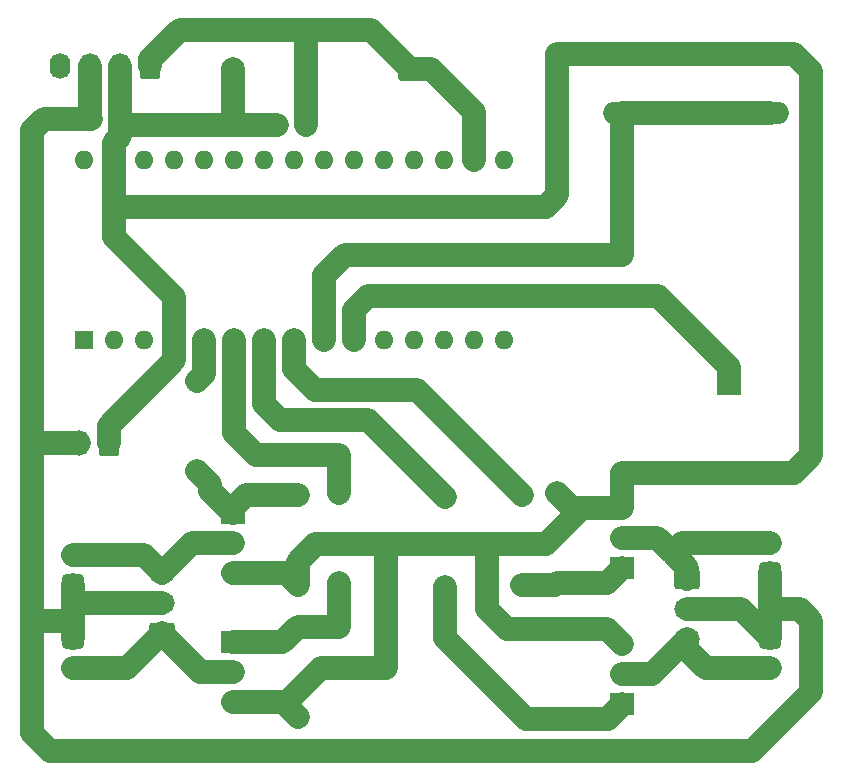
<source format=gbr>
%TF.GenerationSoftware,KiCad,Pcbnew,9.0.6*%
%TF.CreationDate,2025-12-17T13:18:16+01:00*%
%TF.ProjectId,oppakkerV4,6f707061-6b6b-4657-9256-342e6b696361,rev?*%
%TF.SameCoordinates,Original*%
%TF.FileFunction,Copper,L1,Top*%
%TF.FilePolarity,Positive*%
%FSLAX46Y46*%
G04 Gerber Fmt 4.6, Leading zero omitted, Abs format (unit mm)*
G04 Created by KiCad (PCBNEW 9.0.6) date 2025-12-17 13:18:16*
%MOMM*%
%LPD*%
G01*
G04 APERTURE LIST*
G04 Aperture macros list*
%AMRoundRect*
0 Rectangle with rounded corners*
0 $1 Rounding radius*
0 $2 $3 $4 $5 $6 $7 $8 $9 X,Y pos of 4 corners*
0 Add a 4 corners polygon primitive as box body*
4,1,4,$2,$3,$4,$5,$6,$7,$8,$9,$2,$3,0*
0 Add four circle primitives for the rounded corners*
1,1,$1+$1,$2,$3*
1,1,$1+$1,$4,$5*
1,1,$1+$1,$6,$7*
1,1,$1+$1,$8,$9*
0 Add four rect primitives between the rounded corners*
20,1,$1+$1,$2,$3,$4,$5,0*
20,1,$1+$1,$4,$5,$6,$7,0*
20,1,$1+$1,$6,$7,$8,$9,0*
20,1,$1+$1,$8,$9,$2,$3,0*%
G04 Aperture macros list end*
%TA.AperFunction,ComponentPad*%
%ADD10RoundRect,0.250000X0.620000X0.845000X-0.620000X0.845000X-0.620000X-0.845000X0.620000X-0.845000X0*%
%TD*%
%TA.AperFunction,ComponentPad*%
%ADD11O,1.740000X2.190000*%
%TD*%
%TA.AperFunction,ComponentPad*%
%ADD12O,3.200000X1.900000*%
%TD*%
%TA.AperFunction,ComponentPad*%
%ADD13R,2.000000X2.000000*%
%TD*%
%TA.AperFunction,ComponentPad*%
%ADD14C,2.000000*%
%TD*%
%TA.AperFunction,ComponentPad*%
%ADD15C,1.600000*%
%TD*%
%TA.AperFunction,ComponentPad*%
%ADD16RoundRect,0.250000X0.750000X0.750000X-0.750000X0.750000X-0.750000X-0.750000X0.750000X-0.750000X0*%
%TD*%
%TA.AperFunction,ComponentPad*%
%ADD17C,1.400000*%
%TD*%
%TA.AperFunction,ComponentPad*%
%ADD18RoundRect,0.250000X0.650000X-0.650000X0.650000X0.650000X-0.650000X0.650000X-0.650000X-0.650000X0*%
%TD*%
%TA.AperFunction,ComponentPad*%
%ADD19C,1.800000*%
%TD*%
%TA.AperFunction,ComponentPad*%
%ADD20R,2.000000X1.905000*%
%TD*%
%TA.AperFunction,ComponentPad*%
%ADD21O,2.000000X1.905000*%
%TD*%
%TA.AperFunction,ComponentPad*%
%ADD22RoundRect,0.250000X0.845000X-0.620000X0.845000X0.620000X-0.845000X0.620000X-0.845000X-0.620000X0*%
%TD*%
%TA.AperFunction,ComponentPad*%
%ADD23O,2.190000X1.740000*%
%TD*%
%TA.AperFunction,ComponentPad*%
%ADD24RoundRect,0.250000X-0.650000X0.650000X-0.650000X-0.650000X0.650000X-0.650000X0.650000X0.650000X0*%
%TD*%
%TA.AperFunction,ComponentPad*%
%ADD25RoundRect,0.250000X-0.845000X0.620000X-0.845000X-0.620000X0.845000X-0.620000X0.845000X0.620000X0*%
%TD*%
%TA.AperFunction,ComponentPad*%
%ADD26R,1.600000X1.600000*%
%TD*%
%TA.AperFunction,ComponentPad*%
%ADD27O,1.600000X1.600000*%
%TD*%
%TA.AperFunction,Conductor*%
%ADD28C,2.000000*%
%TD*%
G04 APERTURE END LIST*
D10*
%TO.P,J3,1,Pin_1*%
%TO.N,/GND*%
X91500000Y-156000000D03*
D11*
%TO.P,J3,2,Pin_2*%
%TO.N,/+48V*%
X88960000Y-156000000D03*
%TD*%
D12*
%TO.P,SW1,1,1*%
%TO.N,/GND*%
X135000000Y-123000000D03*
X147500000Y-123000000D03*
%TO.P,SW1,2,2*%
%TO.N,Net-(A1-D6)*%
X135000000Y-128000000D03*
X147500000Y-128000000D03*
%TD*%
D13*
%TO.P,BZ1,1,+*%
%TO.N,Net-(A1-D7)*%
X144000000Y-150900000D03*
D14*
%TO.P,BZ1,2,-*%
%TO.N,/GND*%
X144000000Y-158500000D03*
%TD*%
D15*
%TO.P,C1,1*%
%TO.N,/+3.3V*%
X108250000Y-129000000D03*
%TO.P,C1,2*%
%TO.N,/GND*%
X105750000Y-129000000D03*
%TD*%
D10*
%TO.P,J6,1,Pin_1*%
%TO.N,/+3.3V*%
X95040000Y-124000000D03*
D11*
%TO.P,J6,2,Pin_2*%
%TO.N,/GND*%
X92500000Y-124000000D03*
%TO.P,J6,3,Pin_3*%
%TO.N,/+48V*%
X89960000Y-124000000D03*
%TO.P,J6,4,Pin_4*%
%TO.N,unconnected-(J6-Pin_4-Pad4)*%
X87420000Y-124000000D03*
%TD*%
D16*
%TO.P,C2,1*%
%TO.N,/+3.3V*%
X117000000Y-124257500D03*
D14*
%TO.P,C2,2*%
%TO.N,/GND*%
X102000000Y-124257500D03*
%TD*%
D17*
%TO.P,R4,1*%
%TO.N,Net-(Q2-G)*%
X107500000Y-171500000D03*
%TO.P,R4,2*%
%TO.N,/GND*%
X107500000Y-179120000D03*
%TD*%
D18*
%TO.P,D1,1,K*%
%TO.N,/+48V*%
X147500000Y-167000000D03*
D19*
%TO.P,D1,2,A*%
%TO.N,Net-(D1-A)*%
X147500000Y-164460000D03*
%TD*%
D17*
%TO.P,R5,1*%
%TO.N,Net-(Q2-G)*%
X111000000Y-167810000D03*
%TO.P,R5,2*%
%TO.N,Net-(A1-D3)*%
X111000000Y-160190000D03*
%TD*%
D20*
%TO.P,Q2,1,G*%
%TO.N,Net-(Q2-G)*%
X102000000Y-172810000D03*
D21*
%TO.P,Q2,2,D*%
%TO.N,Net-(D2-A)*%
X102000000Y-175350000D03*
%TO.P,Q2,3,S*%
%TO.N,/GND*%
X102000000Y-177890000D03*
%TD*%
D22*
%TO.P,J1,1,Pin_1*%
%TO.N,Net-(D2-A)*%
X96000000Y-172080000D03*
D23*
%TO.P,J1,2,Pin_2*%
%TO.N,/+48V*%
X96000000Y-169540000D03*
%TO.P,J1,3,Pin_3*%
%TO.N,Net-(D3-A)*%
X96000000Y-167000000D03*
%TD*%
D24*
%TO.P,D4,1,K*%
%TO.N,/+48V*%
X147500000Y-172500000D03*
D19*
%TO.P,D4,2,A*%
%TO.N,Net-(D4-A)*%
X147500000Y-175040000D03*
%TD*%
D17*
%TO.P,R7,1*%
%TO.N,Net-(Q3-G)*%
X126500000Y-168000000D03*
%TO.P,R7,2*%
%TO.N,Net-(A1-D5)*%
X126500000Y-160380000D03*
%TD*%
%TO.P,R2,1*%
%TO.N,Net-(Q1-G)*%
X99000000Y-158310000D03*
%TO.P,R2,2*%
%TO.N,Net-(A1-D2)*%
X99000000Y-150690000D03*
%TD*%
D20*
%TO.P,Q4,1,G*%
%TO.N,Net-(Q4-G)*%
X135000000Y-178080000D03*
D21*
%TO.P,Q4,2,D*%
%TO.N,Net-(D4-A)*%
X135000000Y-175540000D03*
%TO.P,Q4,3,S*%
%TO.N,/GND*%
X135000000Y-173000000D03*
%TD*%
D25*
%TO.P,J2,1,Pin_1*%
%TO.N,Net-(D1-A)*%
X140500000Y-167500000D03*
D23*
%TO.P,J2,2,Pin_2*%
%TO.N,/+48V*%
X140500000Y-170040000D03*
%TO.P,J2,3,Pin_3*%
%TO.N,Net-(D4-A)*%
X140500000Y-172580000D03*
%TD*%
D17*
%TO.P,R1,1*%
%TO.N,Net-(Q1-G)*%
X107500000Y-160380000D03*
%TO.P,R1,2*%
%TO.N,/GND*%
X107500000Y-168000000D03*
%TD*%
%TO.P,R11,1*%
%TO.N,Net-(Q4-G)*%
X129500000Y-179310000D03*
%TO.P,R11,2*%
%TO.N,/GND*%
X129500000Y-171690000D03*
%TD*%
D20*
%TO.P,Q1,1,G*%
%TO.N,Net-(Q1-G)*%
X102000000Y-161920000D03*
D21*
%TO.P,Q1,2,D*%
%TO.N,Net-(D3-A)*%
X102000000Y-164460000D03*
%TO.P,Q1,3,S*%
%TO.N,/GND*%
X102000000Y-167000000D03*
%TD*%
D24*
%TO.P,D2,1,K*%
%TO.N,/+48V*%
X88500000Y-172500000D03*
D19*
%TO.P,D2,2,A*%
%TO.N,Net-(D2-A)*%
X88500000Y-175040000D03*
%TD*%
D17*
%TO.P,R8,1*%
%TO.N,Net-(Q3-G)*%
X129500000Y-167810000D03*
%TO.P,R8,2*%
%TO.N,/GND*%
X129500000Y-160190000D03*
%TD*%
D20*
%TO.P,Q3,1,G*%
%TO.N,Net-(Q3-G)*%
X135000000Y-166500000D03*
D21*
%TO.P,Q3,2,D*%
%TO.N,Net-(D1-A)*%
X135000000Y-163960000D03*
%TO.P,Q3,3,S*%
%TO.N,/GND*%
X135000000Y-161420000D03*
%TD*%
D26*
%TO.P,A1,1,D1/TX*%
%TO.N,unconnected-(A1-D1{slash}TX-Pad1)*%
X89440000Y-147240000D03*
D27*
%TO.P,A1,2,D0/RX*%
%TO.N,unconnected-(A1-D0{slash}RX-Pad2)*%
X91980000Y-147240000D03*
%TO.P,A1,3,~{RESET}*%
%TO.N,unconnected-(A1-~{RESET}-Pad3)*%
X94520000Y-147240000D03*
%TO.P,A1,4,GND*%
%TO.N,/GND*%
X97060000Y-147240000D03*
%TO.P,A1,5,D2*%
%TO.N,Net-(A1-D2)*%
X99600000Y-147240000D03*
%TO.P,A1,6,D3*%
%TO.N,Net-(A1-D3)*%
X102140000Y-147240000D03*
%TO.P,A1,7,D4*%
%TO.N,Net-(A1-D4)*%
X104680000Y-147240000D03*
%TO.P,A1,8,D5*%
%TO.N,Net-(A1-D5)*%
X107220000Y-147240000D03*
%TO.P,A1,9,D6*%
%TO.N,Net-(A1-D6)*%
X109760000Y-147240000D03*
%TO.P,A1,10,D7*%
%TO.N,Net-(A1-D7)*%
X112300000Y-147240000D03*
%TO.P,A1,11,D8*%
%TO.N,unconnected-(A1-D8-Pad11)*%
X114840000Y-147240000D03*
%TO.P,A1,12,D9*%
%TO.N,unconnected-(A1-D9-Pad12)*%
X117380000Y-147240000D03*
%TO.P,A1,13,D10*%
%TO.N,unconnected-(A1-D10-Pad13)*%
X119920000Y-147240000D03*
%TO.P,A1,14,D11*%
%TO.N,unconnected-(A1-D11-Pad14)*%
X122460000Y-147240000D03*
%TO.P,A1,15,D12*%
%TO.N,unconnected-(A1-D12-Pad15)*%
X125000000Y-147240000D03*
%TO.P,A1,16,D13*%
%TO.N,unconnected-(A1-D13-Pad16)*%
X125000000Y-132000000D03*
%TO.P,A1,17,3V3*%
%TO.N,/+3.3V*%
X122460000Y-132000000D03*
%TO.P,A1,18,AREF*%
%TO.N,unconnected-(A1-AREF-Pad18)*%
X119920000Y-132000000D03*
%TO.P,A1,19,A0*%
%TO.N,unconnected-(A1-A0-Pad19)*%
X117380000Y-132000000D03*
%TO.P,A1,20,A1*%
%TO.N,unconnected-(A1-A1-Pad20)*%
X114840000Y-132000000D03*
%TO.P,A1,21,A2*%
%TO.N,unconnected-(A1-A2-Pad21)*%
X112300000Y-132000000D03*
%TO.P,A1,22,A3*%
%TO.N,unconnected-(A1-A3-Pad22)*%
X109760000Y-132000000D03*
%TO.P,A1,23,A4*%
%TO.N,unconnected-(A1-A4-Pad23)*%
X107220000Y-132000000D03*
%TO.P,A1,24,A5*%
%TO.N,unconnected-(A1-A5-Pad24)*%
X104680000Y-132000000D03*
%TO.P,A1,25,A6*%
%TO.N,unconnected-(A1-A6-Pad25)*%
X102140000Y-132000000D03*
%TO.P,A1,26,A7*%
%TO.N,unconnected-(A1-A7-Pad26)*%
X99600000Y-132000000D03*
%TO.P,A1,27,+5V*%
%TO.N,unconnected-(A1-+5V-Pad27)*%
X97060000Y-132000000D03*
%TO.P,A1,28,~{RESET}*%
%TO.N,unconnected-(A1-~{RESET}-Pad28)*%
X94520000Y-132000000D03*
%TO.P,A1,29,GND*%
%TO.N,/GND*%
X91980000Y-132000000D03*
%TO.P,A1,30,VIN*%
%TO.N,unconnected-(A1-VIN-Pad30)*%
X89440000Y-132000000D03*
%TD*%
D17*
%TO.P,R10,1*%
%TO.N,Net-(Q4-G)*%
X120000000Y-168120000D03*
%TO.P,R10,2*%
%TO.N,Net-(A1-D4)*%
X120000000Y-160500000D03*
%TD*%
D18*
%TO.P,D3,1,K*%
%TO.N,/+48V*%
X88500000Y-168000000D03*
D19*
%TO.P,D3,2,A*%
%TO.N,Net-(D3-A)*%
X88500000Y-165460000D03*
%TD*%
D28*
%TO.N,/GND*%
X91500000Y-156000000D02*
X91500000Y-154500000D01*
X91500000Y-154500000D02*
X97060000Y-148940000D01*
X97060000Y-148940000D02*
X97060000Y-147240000D01*
%TO.N,/+48V*%
X85001000Y-171000000D02*
X85001000Y-156000000D01*
X88960000Y-156000000D02*
X85001000Y-156000000D01*
%TO.N,Net-(Q1-G)*%
X99000000Y-158310000D02*
X100080000Y-159390000D01*
X100080000Y-159390000D02*
X100080000Y-160000000D01*
%TO.N,Net-(A1-D2)*%
X99600000Y-147240000D02*
X99600000Y-150090000D01*
X99600000Y-150090000D02*
X99000000Y-150690000D01*
%TO.N,/GND*%
X144000000Y-158500000D02*
X149500000Y-158500000D01*
X149500000Y-158500000D02*
X151000000Y-157000000D01*
X151000000Y-157000000D02*
X151000000Y-124500000D01*
X151000000Y-124500000D02*
X149500000Y-123000000D01*
X149500000Y-123000000D02*
X147500000Y-123000000D01*
X135000000Y-161420000D02*
X135000000Y-158500000D01*
X135000000Y-158500000D02*
X144000000Y-158500000D01*
%TO.N,Net-(A1-D6)*%
X135000000Y-128000000D02*
X147500000Y-128000000D01*
X109760000Y-147240000D02*
X109760000Y-141740000D01*
X109760000Y-141740000D02*
X111500000Y-140000000D01*
X111500000Y-140000000D02*
X135000000Y-140000000D01*
X135000000Y-140000000D02*
X135000000Y-128000000D01*
%TO.N,Net-(A1-D7)*%
X112300000Y-147240000D02*
X112300000Y-144700000D01*
X112300000Y-144700000D02*
X113500000Y-143500000D01*
X113500000Y-143500000D02*
X138000000Y-143500000D01*
X138000000Y-143500000D02*
X144000000Y-149500000D01*
X144000000Y-149500000D02*
X144000000Y-150900000D01*
%TO.N,/GND*%
X129500000Y-135000000D02*
X128500000Y-136000000D01*
X91980000Y-136000000D02*
X91980000Y-138480000D01*
X129500000Y-123000000D02*
X129500000Y-135000000D01*
X135000000Y-123000000D02*
X129500000Y-123000000D01*
X128500000Y-136000000D02*
X91980000Y-136000000D01*
X147500000Y-123000000D02*
X135000000Y-123000000D01*
X92500000Y-129000000D02*
X92500000Y-130000000D01*
X92500000Y-129000000D02*
X102000000Y-129000000D01*
X102000000Y-124257500D02*
X102000000Y-129000000D01*
X102000000Y-129000000D02*
X105750000Y-129000000D01*
%TO.N,/+3.3V*%
X97500000Y-121000000D02*
X108500000Y-121000000D01*
X108250000Y-129000000D02*
X108250000Y-121250000D01*
X108250000Y-121250000D02*
X108500000Y-121000000D01*
X117000000Y-124257500D02*
X118757500Y-124257500D01*
X118757500Y-124257500D02*
X122460000Y-127960000D01*
X122460000Y-127960000D02*
X122460000Y-132000000D01*
X95040000Y-123460000D02*
X97500000Y-121000000D01*
X95040000Y-124000000D02*
X95040000Y-123460000D01*
X108500000Y-121000000D02*
X113742500Y-121000000D01*
X113742500Y-121000000D02*
X117000000Y-124257500D01*
%TO.N,/GND*%
X92500000Y-124000000D02*
X92500000Y-129000000D01*
X91980000Y-130520000D02*
X91980000Y-132000000D01*
X92500000Y-130000000D02*
X91980000Y-130520000D01*
X91980000Y-132000000D02*
X91980000Y-136000000D01*
X91980000Y-138480000D02*
X97060000Y-143560000D01*
X97060000Y-143560000D02*
X97060000Y-147240000D01*
%TO.N,/+48V*%
X85001000Y-156000000D02*
X85001000Y-129499000D01*
X85001000Y-129499000D02*
X86000000Y-128500000D01*
X86000000Y-128500000D02*
X90000000Y-128500000D01*
X90000000Y-128500000D02*
X89960000Y-128460000D01*
X89960000Y-128460000D02*
X89960000Y-124000000D01*
X147500000Y-170000000D02*
X150000000Y-170000000D01*
X151000000Y-177000000D02*
X146000000Y-182000000D01*
X85001000Y-180501000D02*
X85001000Y-171000000D01*
X150000000Y-170000000D02*
X151000000Y-171000000D01*
X146000000Y-182000000D02*
X86500000Y-182000000D01*
X85001000Y-171000000D02*
X88000000Y-171000000D01*
X151000000Y-171000000D02*
X151000000Y-177000000D01*
X88000000Y-171000000D02*
X88500000Y-170500000D01*
X86500000Y-182000000D02*
X85001000Y-180501000D01*
X147500000Y-167000000D02*
X147500000Y-170000000D01*
%TO.N,Net-(A1-D5)*%
X107220000Y-147240000D02*
X107220000Y-149720000D01*
X107220000Y-149720000D02*
X109000000Y-151500000D01*
X109000000Y-151500000D02*
X117620000Y-151500000D01*
X117620000Y-151500000D02*
X126500000Y-160380000D01*
%TO.N,Net-(A1-D4)*%
X104680000Y-147240000D02*
X104680000Y-152680000D01*
X104680000Y-152680000D02*
X106000000Y-154000000D01*
X106000000Y-154000000D02*
X113500000Y-154000000D01*
X113500000Y-154000000D02*
X120000000Y-160500000D01*
%TO.N,Net-(A1-D3)*%
X102140000Y-147240000D02*
X102140000Y-155140000D01*
X102140000Y-155140000D02*
X104000000Y-157000000D01*
X104000000Y-157000000D02*
X111000000Y-157000000D01*
X111000000Y-157000000D02*
X111000000Y-160190000D01*
%TO.N,/GND*%
X109000000Y-164500000D02*
X115000000Y-164500000D01*
X109500000Y-175000000D02*
X115000000Y-175000000D01*
X106610000Y-177890000D02*
X109500000Y-175000000D01*
X106270000Y-177890000D02*
X106610000Y-177890000D01*
X115000000Y-175000000D02*
X115000000Y-164500000D01*
%TO.N,Net-(D1-A)*%
X137960000Y-163960000D02*
X139250000Y-165250000D01*
X147500000Y-164460000D02*
X140040000Y-164460000D01*
X140040000Y-164460000D02*
X139250000Y-165250000D01*
%TO.N,/+48V*%
X147500000Y-170000000D02*
X147500000Y-172500000D01*
%TO.N,Net-(D4-A)*%
X140500000Y-172580000D02*
X140500000Y-173500000D01*
X140500000Y-173500000D02*
X142040000Y-175040000D01*
X142040000Y-175040000D02*
X147500000Y-175040000D01*
%TO.N,/+48V*%
X140500000Y-170040000D02*
X145040000Y-170040000D01*
X145040000Y-170040000D02*
X147500000Y-172500000D01*
%TO.N,Net-(D4-A)*%
X135000000Y-175540000D02*
X137540000Y-175540000D01*
X137540000Y-175540000D02*
X140500000Y-172580000D01*
%TO.N,Net-(Q4-G)*%
X129500000Y-179310000D02*
X133770000Y-179310000D01*
X133770000Y-179310000D02*
X135000000Y-178080000D01*
%TO.N,/GND*%
X123500000Y-164500000D02*
X123500000Y-170000000D01*
X115000000Y-164500000D02*
X123500000Y-164500000D01*
X123500000Y-170000000D02*
X125190000Y-171690000D01*
X125190000Y-171690000D02*
X129500000Y-171690000D01*
X129500000Y-171690000D02*
X133690000Y-171690000D01*
X133690000Y-171690000D02*
X135000000Y-173000000D01*
%TO.N,Net-(Q4-G)*%
X120000000Y-168120000D02*
X120000000Y-172500000D01*
X120000000Y-172500000D02*
X126810000Y-179310000D01*
X126810000Y-179310000D02*
X129500000Y-179310000D01*
%TO.N,Net-(D1-A)*%
X135000000Y-163960000D02*
X137960000Y-163960000D01*
X139250000Y-165250000D02*
X140500000Y-166500000D01*
X140500000Y-166500000D02*
X140500000Y-167500000D01*
%TO.N,Net-(Q3-G)*%
X129500000Y-167810000D02*
X133690000Y-167810000D01*
X133690000Y-167810000D02*
X135000000Y-166500000D01*
%TO.N,/GND*%
X129500000Y-160190000D02*
X130730000Y-161420000D01*
X130730000Y-161420000D02*
X131580000Y-161420000D01*
X107500000Y-168000000D02*
X107500000Y-166000000D01*
X123500000Y-164500000D02*
X128500000Y-164500000D01*
X131580000Y-161420000D02*
X135000000Y-161420000D01*
X107500000Y-166000000D02*
X109000000Y-164500000D01*
X128500000Y-164500000D02*
X131580000Y-161420000D01*
%TO.N,Net-(Q3-G)*%
X126500000Y-168000000D02*
X129310000Y-168000000D01*
X129310000Y-168000000D02*
X129500000Y-167810000D01*
%TO.N,Net-(Q2-G)*%
X111000000Y-167810000D02*
X111000000Y-171500000D01*
%TO.N,Net-(Q1-G)*%
X100080000Y-160000000D02*
X102000000Y-161920000D01*
%TO.N,/GND*%
X106270000Y-177890000D02*
X107500000Y-179120000D01*
X102000000Y-177890000D02*
X106270000Y-177890000D01*
X106500000Y-167000000D02*
X107500000Y-168000000D01*
X102000000Y-167000000D02*
X106500000Y-167000000D01*
%TO.N,/+48V*%
X88500000Y-169500000D02*
X88500000Y-170500000D01*
X88540000Y-169540000D02*
X88500000Y-169500000D01*
X88500000Y-170500000D02*
X88500000Y-172500000D01*
X96000000Y-169540000D02*
X88540000Y-169540000D01*
X88500000Y-168000000D02*
X88500000Y-169500000D01*
%TO.N,Net-(D2-A)*%
X93040000Y-175040000D02*
X96000000Y-172080000D01*
X102000000Y-175350000D02*
X99270000Y-175350000D01*
X88500000Y-175040000D02*
X93040000Y-175040000D01*
X99270000Y-175350000D02*
X96000000Y-172080000D01*
%TO.N,Net-(D3-A)*%
X96000000Y-167000000D02*
X98540000Y-164460000D01*
X98540000Y-164460000D02*
X102000000Y-164460000D01*
X96000000Y-167000000D02*
X94460000Y-165460000D01*
X94460000Y-165460000D02*
X88500000Y-165460000D01*
%TO.N,Net-(Q1-G)*%
X103120000Y-160380000D02*
X107500000Y-160380000D01*
X102000000Y-161500000D02*
X103120000Y-160380000D01*
X102000000Y-161920000D02*
X102000000Y-161500000D01*
%TO.N,Net-(Q2-G)*%
X106190000Y-172810000D02*
X107500000Y-171500000D01*
X102000000Y-172810000D02*
X106190000Y-172810000D01*
X107500000Y-171500000D02*
X111000000Y-171500000D01*
%TD*%
M02*

</source>
